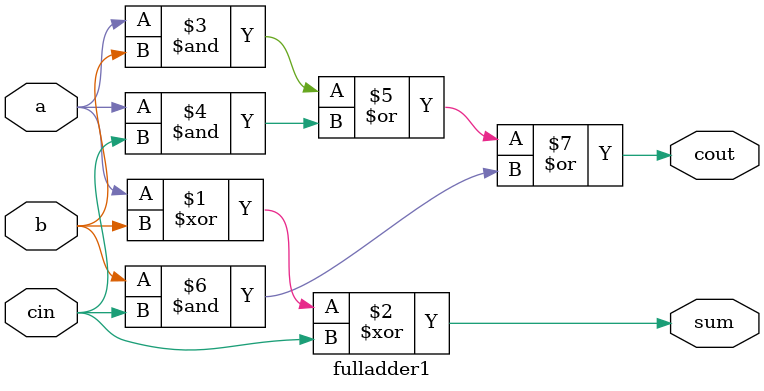
<source format=v>
module fulladder1(output sum,
				  output cout,
				  input a,
				  input b,
				  input cin
				 );
assign sum=a^b^cin;
assign cout=a&b | a&cin | b&cin;
endmodule

</source>
